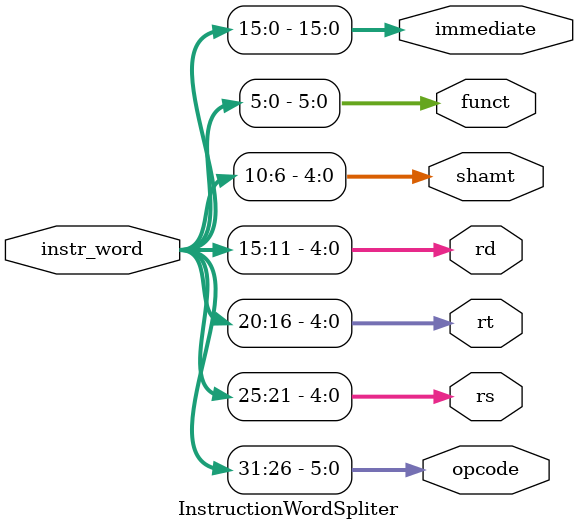
<source format=v>
`timescale 1ns / 1ps

// [combinational logic]
// splits instruction word (32 bit) for later use
module InstructionWordSpliter
(
    input   wire    [31:0]      instr_word, // instruction word
    output  wire    [5:0]       opcode,     // operation code (to ~controller~)
    output  wire    [4:0]       rs,         // source register
    output  wire    [4:0]       rt,         // target register
    output  wire    [4:0]       rd,         // destination register
    output  wire    [4:0]       shamt,      // misc parameter to ~ALU~
    output  wire    [5:0]       funct,      // function to ~controller~
    output  wire    [15:0]      immediate   // immediate number
);

assign opcode   = instr_word[31:26];
assign rs       = instr_word[25:21];
assign rt       = instr_word[20:16];
assign rd       = instr_word[15:11];
assign shamt    = instr_word[10:6];
assign funct    = instr_word[5:0];
assign immediate = instr_word[15:0];

endmodule

</source>
